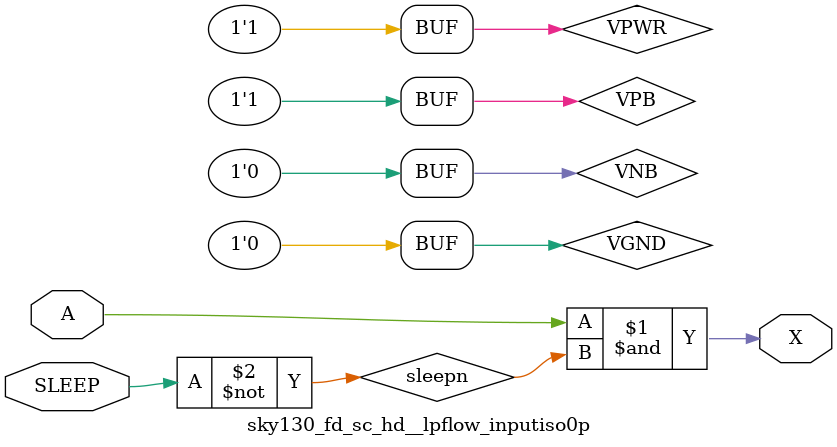
<source format=v>
/*
 * Copyright 2020 The SkyWater PDK Authors
 *
 * Licensed under the Apache License, Version 2.0 (the "License");
 * you may not use this file except in compliance with the License.
 * You may obtain a copy of the License at
 *
 *     https://www.apache.org/licenses/LICENSE-2.0
 *
 * Unless required by applicable law or agreed to in writing, software
 * distributed under the License is distributed on an "AS IS" BASIS,
 * WITHOUT WARRANTIES OR CONDITIONS OF ANY KIND, either express or implied.
 * See the License for the specific language governing permissions and
 * limitations under the License.
 *
 * SPDX-License-Identifier: Apache-2.0
*/


`ifndef SKY130_FD_SC_HD__LPFLOW_INPUTISO0P_TIMING_V
`define SKY130_FD_SC_HD__LPFLOW_INPUTISO0P_TIMING_V

/**
 * lpflow_inputiso0p: Input isolator with non-inverted enable.
 *
 *                    X = (A & !SLEEP_B)
 *
 * Verilog simulation timing model.
 */

`timescale 1ns / 1ps
`default_nettype none

`celldefine
module sky130_fd_sc_hd__lpflow_inputiso0p (
    X    ,
    A    ,
    SLEEP
);

    // Module ports
    output X    ;
    input  A    ;
    input  SLEEP;

    // Module supplies
    supply1 VPWR;
    supply0 VGND;
    supply1 VPB ;
    supply0 VNB ;

    // Local signals
    wire sleepn;

    //  Name  Output  Other arguments
    not not0 (sleepn, SLEEP          );
    and and0 (X     , A, sleepn      );

endmodule
`endcelldefine

`default_nettype wire
`endif  // SKY130_FD_SC_HD__LPFLOW_INPUTISO0P_TIMING_V

</source>
